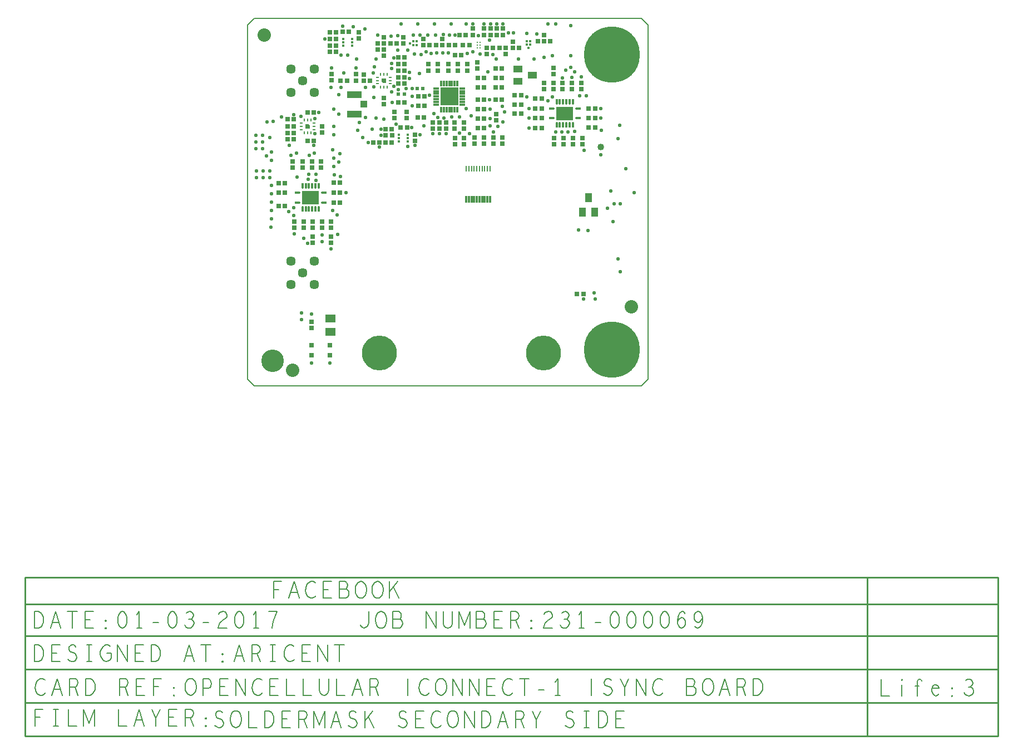
<source format=gbr>
G04 ================== begin FILE IDENTIFICATION RECORD ==================*
G04 Layout Name:  Fb_Connect1_SYNC_Life-3.brd*
G04 Film Name:    SOLDBOT.gbr*
G04 File Format:  Gerber RS274X*
G04 File Origin:  Cadence Allegro 16.6-2015-S065*
G04 Origin Date:  Tue Jan 03 17:02:02 2017*
G04 *
G04 Layer:  VIA CLASS/SOLDERMASK_BOTTOM*
G04 Layer:  PIN/SOLDERMASK_BOTTOM*
G04 Layer:  PACKAGE GEOMETRY/SOLDERMASK_BOTTOM*
G04 Layer:  DRAWING FORMAT/SMSE*
G04 Layer:  DRAWING FORMAT/FILM_LABEL_OUTLINE*
G04 Layer:  BOARD GEOMETRY/OUTLINE*
G04 Layer:  BOARD GEOMETRY/SOLDERMASK_BOTTOM*
G04 *
G04 Offset:    (0.000 0.000)*
G04 Mirror:    No*
G04 Mode:      Positive*
G04 Rotation:  0*
G04 FullContactRelief:  No*
G04 UndefLineWidth:     6.000*
G04 ================== end FILE IDENTIFICATION RECORD ====================*
%FSLAX25Y25*MOIN*%
%IR0*IPPOS*OFA0.00000B0.00000*MIA0B0*SFA1.00000B1.00000*%
%AMMACRO19*
4,1,22,-.005512,-.01122,
-.005428,-.012177,
-.00518,-.013105,
-.004774,-.013976,
-.004223,-.014763,
-.003543,-.015443,
-.002756,-.015994,
-.001886,-.0164,
-.000958,-.016649,
0.0,-.016732,
.000957,-.016649,
.001885,-.0164,
.002756,-.015994,
.003543,-.015443,
.004222,-.014764,
.004773,-.013977,
.005179,-.013106,
.005428,-.012178,
.005512,-.011221,
.005512,-.01122,
.005512,.016732,
-.005512,.016732,
-.005512,-.01122,
0.0*
%
%ADD19MACRO19*%
%AMMACRO17*
4,1,22,.01122,-.005512,
.012177,-.005428,
.013105,-.00518,
.013976,-.004774,
.014763,-.004223,
.015443,-.003543,
.015994,-.002756,
.0164,-.001886,
.016649,-.000958,
.016732,0.0,
.016649,.000957,
.0164,.001885,
.015994,.002756,
.015443,.003543,
.014764,.004222,
.013977,.004773,
.013106,.005179,
.012178,.005428,
.011221,.005512,
.01122,.005512,
-.016732,.005512,
-.016732,-.005512,
.01122,-.005512,
0.0*
%
%ADD17MACRO17*%
%ADD12C,.135*%
%AMMACRO32*
4,1,44,-.014961,-.007087,
-.014961,.012992,
-.014931,.013334,
-.014842,.013665,
-.014697,.013976,
-.0145,.014258,
-.014258,.0145,
-.013977,.014697,
-.013666,.014842,
-.013334,.014931,
-.012992,.014961,
-.012992,.014961,
.012992,.014961,
.013334,.014931,
.013665,.014842,
.013976,.014697,
.014258,.0145,
.0145,.014258,
.014697,.013977,
.014842,.013666,
.014931,.013334,
.014961,.012992,
.014961,.012992,
.014961,-.012992,
.014931,-.013334,
.014842,-.013665,
.014697,-.013976,
.0145,-.014258,
.014258,-.0145,
.013977,-.014697,
.013666,-.014842,
.013334,-.014931,
.012992,-.014961,
.012992,-.014961,
-.007087,-.014961,
-.007207,-.013594,
-.007562,-.012268,
-.008142,-.011024,
-.008929,-.0099,
-.009899,-.008929,
-.011023,-.008142,
-.012267,-.007562,
-.013593,-.007207,
-.01496,-.007087,
-.014961,-.007087,
0.0*
%
%ADD32MACRO32*%
%ADD35R,.108X.108*%
%ADD28C,.208661*%
%ADD42C,.334646*%
%ADD18R,.100394X.080709*%
%ADD38R,.009055X.036614*%
%AMMACRO20*
4,1,21,0.0,-.008661,
-.000684,-.008601,
-.001347,-.008424,
-.001968,-.008134,
-.002531,-.00774,
-.003016,-.007255,
-.00341,-.006693,
-.0037,-.006071,
-.003877,-.005408,
-.003937,-.004724,
-.003937,.008662,
.003937,.008662,
.003937,-.004724,
.003877,-.005408,
.0037,-.006071,
.00341,-.006692,
.003016,-.007255,
.002531,-.00774,
.001969,-.008134,
.001347,-.008424,
.000684,-.008601,
0.0,-.008661,
0.0*
%
%ADD20MACRO20*%
%AMMACRO21*
4,1,21,-.008661,0.0,
-.008601,.000684,
-.008424,.001347,
-.008134,.001968,
-.00774,.002531,
-.007255,.003016,
-.006693,.00341,
-.006071,.0037,
-.005408,.003877,
-.004724,.003937,
.008662,.003937,
.008662,-.003937,
-.004724,-.003937,
-.005408,-.003877,
-.006071,-.0037,
-.006692,-.00341,
-.007255,-.003016,
-.00774,-.002531,
-.008134,-.001969,
-.008424,-.001347,
-.008601,-.000684,
-.008661,0.0,
0.0*
%
%ADD21MACRO21*%
%ADD39R,.009843X.009843*%
%ADD36R,.037X.012*%
%ADD34R,.012X.037*%
%ADD44C,.04*%
%ADD10C,.022*%
%ADD25R,.059X.051*%
%AMMACRO26*
4,1,22,-.01122,.005512,
-.012177,.005428,
-.013105,.00518,
-.013976,.004774,
-.014763,.004223,
-.015443,.003543,
-.015994,.002756,
-.0164,.001886,
-.016649,.000958,
-.016732,0.0,
-.016649,-.000957,
-.0164,-.001885,
-.015994,-.002756,
-.015443,-.003543,
-.014764,-.004222,
-.013977,-.004773,
-.013106,-.005179,
-.012178,-.005428,
-.011221,-.005512,
-.01122,-.005512,
.016732,-.005512,
.016732,.005512,
-.01122,.005512,
0.0*
%
%ADD26MACRO26*%
%ADD40R,.055X.039*%
%AMMACRO16*
4,1,22,.005512,.01122,
.005428,.012177,
.00518,.013105,
.004774,.013976,
.004223,.014763,
.003543,.015443,
.002756,.015994,
.001886,.0164,
.000958,.016649,
0.0,.016732,
-.000957,.016649,
-.001885,.0164,
-.002756,.015994,
-.003543,.015443,
-.004222,.014764,
-.004773,.013977,
-.005179,.013106,
-.005428,.012178,
-.005512,.011221,
-.005512,.01122,
-.005512,-.016732,
.005512,-.016732,
.005512,.01122,
0.0*
%
%ADD16MACRO16*%
%ADD11C,.08*%
%ADD43R,.039X.055*%
%ADD31R,.02X.02*%
%ADD27R,.01811X.011811*%
%ADD15R,.031X.031*%
%ADD13C,.057*%
%ADD14R,.025X.025*%
%AMMACRO24*
4,1,44,.014961,.007087,
.014961,-.012992,
.014931,-.013334,
.014842,-.013665,
.014697,-.013976,
.0145,-.014258,
.014258,-.0145,
.013977,-.014697,
.013666,-.014842,
.013334,-.014931,
.012992,-.014961,
.012992,-.014961,
-.012992,-.014961,
-.013334,-.014931,
-.013665,-.014842,
-.013976,-.014697,
-.014258,-.0145,
-.0145,-.014258,
-.014697,-.013977,
-.014842,-.013666,
-.014931,-.013334,
-.014961,-.012992,
-.014961,-.012992,
-.014961,.012992,
-.014931,.013334,
-.014842,.013665,
-.014697,.013976,
-.0145,.014258,
-.014258,.0145,
-.013977,.014697,
-.013666,.014842,
-.013334,.014931,
-.012992,.014961,
-.012992,.014961,
.007087,.014961,
.007207,.013594,
.007562,.012268,
.008142,.011024,
.008929,.0099,
.009899,.008929,
.011023,.008142,
.012267,.007562,
.013593,.007207,
.01496,.007087,
.014961,.007087,
0.0*
%
%ADD24MACRO24*%
%ADD41R,.016732X.01378*%
%ADD37R,.012992X.040551*%
%ADD33R,.01378X.016732*%
%AMMACRO23*
4,1,21,.008661,0.0,
.008601,-.000684,
.008424,-.001347,
.008134,-.001968,
.00774,-.002531,
.007255,-.003016,
.006693,-.00341,
.006071,-.0037,
.005408,-.003877,
.004724,-.003937,
-.008662,-.003937,
-.008662,.003937,
.004724,.003937,
.005408,.003877,
.006071,.0037,
.006693,.00341,
.007255,.003016,
.00774,.002531,
.008134,.001968,
.008424,.001347,
.008601,.000684,
.008661,0.0,
0.0*
%
%ADD23MACRO23*%
%AMMACRO22*
4,1,21,0.0,.008661,
.000684,.008601,
.001347,.008424,
.001969,.008134,
.002531,.00774,
.003016,.007255,
.00341,.006692,
.0037,.006071,
.003877,.005408,
.003937,.004724,
.003937,-.008662,
-.003937,-.008662,
-.003937,.004724,
-.003877,.005408,
-.0037,.006071,
-.00341,.006692,
-.003016,.007255,
-.002531,.00774,
-.001969,.008134,
-.001347,.008424,
-.000684,.008601,
0.0,.008661,
0.0*
%
%ADD22MACRO22*%
%ADD30R,.03937X.03937*%
%ADD29R,.086614X.041339*%
%ADD45C,.01*%
%ADD46C,.006*%
G75*
%LPD*%
G75*
G54D10*
X5400Y124800D03*
Y128800D03*
X5200Y150100D03*
Y146100D03*
Y142100D03*
X14537Y99900D03*
X14300Y95132D03*
X14537Y104900D03*
Y109900D03*
Y114900D03*
X24900Y104300D03*
X14537Y119900D03*
X13400Y124800D03*
X9400D03*
Y128800D03*
X13400D03*
X14537Y134900D03*
Y139900D03*
X11368Y137868D03*
X13500Y148600D03*
X9200Y150100D03*
Y146100D03*
Y142100D03*
X11868Y157932D03*
X15500Y158500D03*
X20500Y161000D03*
X38527Y13808D03*
X38500Y42900D03*
X32600Y43600D03*
Y39600D03*
X28047Y91100D03*
X36000Y85532D03*
X33768Y88500D03*
X40968Y110300D03*
Y115300D03*
X37968Y112800D03*
X27800Y106700D03*
X27900Y102200D03*
X29800Y125200D03*
X41200Y123200D03*
X36600Y123600D03*
X41300Y126700D03*
X36900Y126800D03*
X26000Y138000D03*
X37000D03*
X29500Y139500D03*
X40000D03*
X25300Y143950D03*
X39887Y143900D03*
X40500Y150900D03*
X32000Y161500D03*
X40500Y160000D03*
X36217Y155402D03*
X27724Y162500D03*
X49527Y13803D03*
X50269Y82100D03*
X44800Y86412D03*
X44768Y90300D03*
X54100Y90700D03*
X51140Y104870D03*
X53700Y102500D03*
X51700Y131450D03*
X55737Y125316D03*
X52050Y126450D03*
X51900Y150300D03*
X51050Y141450D03*
X51750Y136450D03*
X55400Y138950D03*
X54950Y133950D03*
X42717Y163783D03*
X54824Y162861D03*
X51900Y155300D03*
X51770Y165630D03*
X50250Y178660D03*
X56220Y178560D03*
X54824Y174476D03*
X57800Y187230D03*
X50501Y190500D03*
X56300Y198000D03*
X46500Y207800D03*
X57224Y215224D03*
X59300Y115753D03*
X69300Y148800D03*
X72605Y145850D03*
X70800Y160800D03*
X66000Y153100D03*
X74700Y153700D03*
X67200Y157800D03*
X75700Y172800D03*
X70860Y178810D03*
X75705Y178905D03*
X65038Y190500D03*
X75370Y187320D03*
X60300Y197900D03*
X65600Y195600D03*
X70500Y213600D03*
X63550Y215000D03*
X80136Y150100D03*
X79068Y143000D03*
X81700Y159800D03*
X80105Y153850D03*
X89000Y156800D03*
X77144Y160456D03*
X81739Y182858D03*
X86600Y175900D03*
X86950Y169550D03*
X87800Y179500D03*
X90500Y177300D03*
X90300Y201100D03*
X76320Y191050D03*
X86500Y193000D03*
X77000Y195600D03*
X86515Y189985D03*
X87700Y196300D03*
X92000Y216600D03*
X86000Y209400D03*
X90200Y209700D03*
X78069Y209900D03*
X100518Y143999D03*
X103382Y150462D03*
X96235Y143235D03*
X98600Y154850D03*
X105800Y155820D03*
X98700Y173350D03*
X95200Y178100D03*
X109300Y174000D03*
X98700Y167700D03*
X97000Y184200D03*
X98700Y178200D03*
X107200Y199900D03*
X96210Y201180D03*
X100100Y198700D03*
X104031Y198500D03*
X97000Y187600D03*
X103300Y186900D03*
X102000Y216600D03*
X108300Y210200D03*
X103500Y210100D03*
X99487Y210187D03*
X119250Y151200D03*
X115250D03*
X111250D03*
X122600Y161200D03*
X117800Y160500D03*
X111700Y163100D03*
X114200Y160700D03*
X121000Y169800D03*
X117500Y173300D03*
X124500D03*
X117500Y169800D03*
X124500D03*
X121000Y173300D03*
X113500Y199500D03*
X120631D03*
X117100Y199400D03*
X110300Y198900D03*
X122000Y216600D03*
X112000D03*
X112900Y210100D03*
X121000Y210200D03*
X124500D03*
X117500Y210400D03*
X127100Y151400D03*
X133200Y150900D03*
X127200Y161200D03*
X131100Y166000D03*
X134000Y161800D03*
X135100Y200060D03*
X139600Y198700D03*
X131950Y198900D03*
X131000Y216600D03*
X138500Y209600D03*
X141746Y216700D03*
X135165D03*
X145481Y159950D03*
X145600Y155600D03*
X150200Y155300D03*
X145481Y165600D03*
X154000Y164000D03*
X152738Y167462D03*
X147631Y151931D03*
X153100Y158200D03*
X145000Y171300D03*
X147300Y198300D03*
X149062Y195738D03*
X144200Y188100D03*
X145720Y216700D03*
X149505Y216600D03*
X153305Y216700D03*
X156500Y211400D03*
X159600D03*
X145200Y207068D03*
X168957Y154247D03*
Y160247D03*
Y166153D03*
X167600Y172900D03*
X171768Y195738D03*
X162336D03*
X167397Y211100D03*
X173531Y210750D03*
X193668Y165800D03*
X186668D03*
X190268Y163200D03*
X193668Y160800D03*
X186668D03*
X188600Y151900D03*
X192200Y152100D03*
X184900Y151900D03*
X182831Y173000D03*
X188968Y184400D03*
X180000Y170612D03*
X193713Y197813D03*
X182887D03*
X190900Y189200D03*
X193850Y190750D03*
X177831Y196631D03*
X193713Y215587D03*
X184700Y216800D03*
X180200Y216700D03*
X208400Y52000D03*
X207825Y55675D03*
X201370Y51970D03*
X204280Y93162D03*
X198331Y93300D03*
X201800Y140900D03*
X196300Y152400D03*
X203100Y173600D03*
X199100D03*
X200190Y185012D03*
X194468Y184832D03*
X196100Y188000D03*
X222000Y76000D03*
X223331Y68331D03*
X219000Y98300D03*
X215789Y106211D03*
X217772Y116800D03*
X223412Y109100D03*
X219912D03*
X226742Y129958D03*
X211869Y138532D03*
X222200Y147900D03*
X211980Y166153D03*
X212000Y153200D03*
X223080Y155890D03*
X211980Y160247D03*
X231811Y115689D03*
G54D11*
X10000Y210000D03*
X27300Y9300D03*
X230000Y47400D03*
G54D20*
X36217Y159063D03*
X38186D03*
X34249D03*
X79771Y186519D03*
X81739D03*
X83708D03*
G54D30*
X69968Y168668D03*
G54D21*
X39879Y157370D03*
Y155402D03*
Y153433D03*
X85401Y182858D03*
Y180889D03*
Y184826D03*
G54D12*
X15000Y15000D03*
G54D22*
X38186Y151740D03*
X36217D03*
X34249D03*
X81739Y179196D03*
X79771D03*
X83708D03*
G54D13*
X26061Y60535D03*
Y74550D03*
Y175850D03*
Y189865D03*
X40076Y60535D03*
X33068Y67542D03*
X40076Y74550D03*
Y175850D03*
X33068Y182858D03*
X40076Y189865D03*
G54D31*
X90500Y174600D03*
X101800Y178200D03*
X105300D03*
X94000Y174600D03*
G54D40*
X162114Y182250D03*
Y189750D03*
X170814Y186000D03*
G54D23*
X32556Y153433D03*
Y155402D03*
Y157370D03*
X78078Y180889D03*
Y182858D03*
Y184826D03*
G54D41*
X169661Y204397D03*
Y206366D03*
X168529Y202429D03*
X167397Y206366D03*
Y204397D03*
G54D14*
X18898Y107847D03*
X22639D03*
Y115753D03*
X18898D03*
Y121300D03*
X22639D03*
X24054Y147552D03*
Y159622D03*
Y155402D03*
Y151402D03*
X38527Y34542D03*
Y38282D03*
X28047Y94630D03*
Y98370D03*
X39268Y89370D03*
Y85630D03*
X33768Y94630D03*
Y98370D03*
X39268Y94630D03*
Y98370D03*
X27268Y130630D03*
X33047D03*
X38768D03*
X27794Y147552D03*
X36147Y146717D03*
X39887D03*
X27268Y134370D03*
X33047D03*
X38768D03*
X27794Y159622D03*
Y155402D03*
Y151402D03*
X39887Y163783D03*
X36147D03*
X50269Y89370D03*
Y85630D03*
X44768Y94630D03*
Y98370D03*
X50269Y94630D03*
Y98370D03*
X51898Y109847D03*
X55639D03*
X51898Y115753D03*
X55639D03*
X44268Y130630D03*
X55639Y121753D03*
X51898D03*
X44268Y134370D03*
X44902Y155472D03*
Y151732D03*
X55926Y182858D03*
X50501Y182956D03*
X53094Y200150D03*
X49354D03*
X50501Y186696D03*
X57154Y212150D03*
X49354Y207800D03*
X53094D03*
X49354Y203850D03*
X53094D03*
Y211650D03*
X49354D03*
X75398Y145850D03*
X69896Y182787D03*
X73566Y182858D03*
X69826D03*
X59666D03*
X65038D03*
X69896Y186528D03*
X65038Y186598D03*
X60894Y212150D03*
X66850Y211794D03*
Y208054D03*
X82930Y150100D03*
X86670D03*
X79139Y145850D03*
X82898D03*
X86639D03*
X91938Y154850D03*
X86639Y153850D03*
X82898D03*
X88050Y164115D03*
Y160374D03*
X90434Y180889D03*
X81739Y168598D03*
Y172339D03*
X90337Y169550D03*
X90434Y192718D03*
Y184718D03*
Y188718D03*
Y196782D03*
X81739Y197598D03*
Y205098D03*
Y208839D03*
X81809Y201268D03*
X78069D03*
X89566Y205168D03*
X85826D03*
X81739Y201339D03*
X78069Y205009D03*
Y201268D03*
X100518Y146792D03*
X95678Y154850D03*
X100518Y150532D03*
X95450Y160374D03*
Y164115D03*
X102230Y160700D03*
X105970D03*
X94174Y180889D03*
X102341Y173350D03*
X106082D03*
X94078Y169550D03*
X106082Y167700D03*
X102341D03*
X94174Y192718D03*
Y184718D03*
Y188718D03*
Y196782D03*
X108550Y192560D03*
Y188819D03*
X93446Y205098D03*
Y208839D03*
X105446Y203933D03*
Y207673D03*
X109326Y204003D03*
X124431Y148470D03*
Y144730D03*
X124050Y153993D03*
Y157734D03*
X111250Y153993D03*
Y157734D03*
X115250Y153993D03*
Y157734D03*
X119250Y153993D03*
Y157734D03*
X114150Y192560D03*
Y188819D03*
X120550Y192560D03*
Y188819D03*
X126050Y192560D03*
Y188819D03*
X124363Y198050D03*
X124566Y204003D03*
X120826D03*
X116946D03*
Y207744D03*
X113066Y204003D03*
X129931Y148470D03*
Y144730D03*
X141831Y148670D03*
Y144930D03*
X136031D03*
Y148670D03*
X129950Y153993D03*
Y157734D03*
X141839Y154450D03*
X138099D03*
X141839Y159950D03*
X138099D03*
Y165600D03*
X141839D03*
X138099Y171300D03*
X141839D03*
X138099Y178600D03*
X141839D03*
X131950Y188819D03*
Y192560D03*
X137750Y190099D03*
Y193839D03*
X128104Y198050D03*
X138099Y184400D03*
X141839D03*
X127195Y210200D03*
X130935D03*
X133025Y204003D03*
X129285D03*
X135165Y213870D03*
Y210130D03*
X141746Y213870D03*
Y210130D03*
X152931Y148670D03*
Y144930D03*
X147631Y148670D03*
Y144930D03*
X149150Y158961D03*
Y162702D03*
X148899Y178600D03*
X152639D03*
X148899Y171300D03*
X152639D03*
X143452Y198758D03*
X154946D03*
X152600Y190050D03*
X148859D03*
X152601Y184400D03*
X148861D03*
X153305Y213870D03*
Y210130D03*
X145720Y213870D03*
Y210130D03*
X149505Y213870D03*
Y210130D03*
X159076Y202429D03*
Y206169D03*
X143452Y202499D03*
X159076Y202429D03*
X154946Y202499D03*
X151066Y202429D03*
X147326D03*
X160317Y163000D03*
X164057D03*
X176339Y160247D03*
X172598D03*
Y154247D03*
X176339D03*
Y166153D03*
X172598D03*
X164057Y174000D03*
X160317D03*
X176339Y172000D03*
X172598D03*
X160317Y168500D03*
X164057D03*
X174161Y206366D03*
X162816Y202429D03*
X183968Y148370D03*
Y144630D03*
X189468D03*
Y148370D03*
X177968Y181370D03*
Y177630D03*
X183468Y181370D03*
Y177630D03*
X188968Y181370D03*
Y177630D03*
X183468Y186630D03*
Y190370D03*
X177831Y206295D03*
Y210036D03*
X177901Y206366D03*
X181571Y206295D03*
X177831D03*
X197630Y55200D03*
X201370D03*
X195190Y148370D03*
Y144630D03*
X200969D03*
Y148370D03*
X208339Y166153D03*
X204598D03*
Y160247D03*
X208339D03*
Y154700D03*
X204598D03*
X200190Y181370D03*
Y177630D03*
X194468Y181370D03*
Y177630D03*
G54D32*
X81739Y182858D03*
G54D33*
X99487Y204003D03*
X101456D03*
X97519Y205135D03*
X101456Y206267D03*
X99487D03*
G54D24*
X36217Y155402D03*
G54D15*
X38527Y24410D03*
Y18504D03*
X49527Y24404D03*
Y18499D03*
G54D42*
X218400Y21600D03*
Y198400D03*
G54D43*
X208200Y104100D03*
X200700D03*
X204450Y112800D03*
G54D16*
X33047Y106009D03*
X35016D03*
X36984D03*
X38953D03*
X40921D03*
X42890D03*
X191253Y156409D03*
X189284D03*
X187316D03*
X185347D03*
X195190D03*
X193221D03*
G54D25*
X49790Y32501D03*
Y40375D03*
G54D34*
X116200Y165500D03*
X117800D03*
X119400D03*
X121000D03*
X122600D03*
X124200D03*
X125800D03*
Y181100D03*
X124200D03*
X122600D03*
X121000D03*
X119400D03*
X117800D03*
X116200D03*
G54D26*
X45744Y109847D03*
Y115753D03*
X198044Y166153D03*
Y160247D03*
G54D44*
X211869Y143100D03*
G54D35*
X121000Y173300D03*
G54D17*
X30193Y109847D03*
Y115753D03*
X182493Y166153D03*
Y160247D03*
G54D45*
G01X-133069Y-114500D02*
X371600D01*
Y-209700D01*
X-133069D01*
G01Y-114500D02*
Y-209700D01*
G01Y-189700D02*
X449900D01*
G01X-133069Y-169700D02*
X449900D01*
G01X-133069Y-149700D02*
X449900D01*
G01X-133069Y-130500D02*
X449900D01*
G01X371600Y-114500D02*
X449900D01*
Y-209700D01*
X371600D01*
G54D27*
X57512Y207794D03*
Y205826D03*
Y203857D03*
X62867D03*
Y205826D03*
Y207794D03*
X90881Y148494D03*
Y146525D03*
Y150462D03*
X96235Y146525D03*
Y148494D03*
Y150462D03*
G54D36*
X113200Y178100D03*
Y176500D03*
Y174900D03*
Y173300D03*
Y171700D03*
Y170100D03*
Y168500D03*
X128800D03*
Y170100D03*
Y171700D03*
Y173300D03*
Y174900D03*
Y176500D03*
Y178100D03*
G54D18*
X37968Y112800D03*
X190268Y163200D03*
G54D46*
G01X-127194Y-203500D02*
Y-193500D01*
X-122444D01*
G01X-124194Y-198333D02*
X-127194D01*
G01X-116319Y-193500D02*
X-113320D01*
G01X-114819D02*
Y-203500D01*
G01X-116319D02*
X-113320D01*
G01X-107319Y-193500D02*
Y-203500D01*
X-102319D01*
G01X-98069D02*
Y-193500D01*
X-94819Y-201833D01*
X-91569Y-193500D01*
Y-203500D01*
G01X-77319Y-193500D02*
Y-203500D01*
X-72319D01*
G01X-67944D02*
X-64819Y-193500D01*
X-61694Y-203500D01*
G01X-62819Y-200000D02*
X-66819D01*
G01X-54819Y-203500D02*
Y-199000D01*
X-57319Y-193500D01*
G01X-52319D02*
X-54819Y-199000D01*
G01X-42319Y-203500D02*
X-47319D01*
Y-193500D01*
X-42319D01*
G01X-44319Y-198333D02*
X-47319D01*
G01X-37319Y-203500D02*
Y-193500D01*
X-34194D01*
X-33194Y-194000D01*
X-32569Y-194667D01*
X-32319Y-196000D01*
X-32569Y-197333D01*
X-33319Y-198167D01*
X-34194Y-198667D01*
X-37319D01*
G01X-34194D02*
X-32319Y-203500D01*
G01X-24819Y-203833D02*
X-25069Y-203667D01*
Y-203333D01*
X-24819Y-203167D01*
X-24569Y-203333D01*
Y-203667D01*
X-24819Y-203833D01*
G01Y-199334D02*
X-25069Y-199167D01*
Y-198833D01*
X-24819Y-198667D01*
X-24569Y-198833D01*
Y-199167D01*
X-24819Y-199334D01*
G01X-127569Y-165000D02*
Y-155000D01*
X-125069D01*
X-124069Y-155500D01*
X-123319Y-156167D01*
X-122694Y-157166D01*
X-122194Y-158334D01*
X-122069Y-160000D01*
X-122194Y-161667D01*
X-122694Y-162834D01*
X-123319Y-163834D01*
X-124069Y-164500D01*
X-125069Y-165000D01*
X-127569D01*
G01X-112319D02*
X-117319D01*
Y-155000D01*
X-112319D01*
G01X-114319Y-159833D02*
X-117319D01*
G01X-107444Y-163667D02*
X-106444Y-164500D01*
X-105319Y-165000D01*
X-104319D01*
X-103319Y-164500D01*
X-102569Y-163667D01*
X-102194Y-162500D01*
X-102444Y-161334D01*
X-103069Y-160333D01*
X-104194Y-159667D01*
X-105694Y-159333D01*
X-106569Y-158667D01*
X-106944Y-157500D01*
X-106694Y-156333D01*
X-106069Y-155500D01*
X-105194Y-155000D01*
X-104319D01*
X-103444Y-155333D01*
X-102694Y-156167D01*
G01X-96319Y-155000D02*
X-93320D01*
G01X-94819D02*
Y-165000D01*
G01X-96319D02*
X-93320D01*
G01X-84069Y-160000D02*
X-81569D01*
Y-163000D01*
X-82319Y-164000D01*
X-83194Y-164667D01*
X-84444Y-165000D01*
X-85694Y-164667D01*
X-86569Y-164000D01*
X-87319Y-163000D01*
X-87820Y-161833D01*
X-88069Y-160500D01*
Y-159333D01*
X-87820Y-158334D01*
X-87319Y-157166D01*
X-86569Y-156167D01*
X-85819Y-155500D01*
X-84819Y-155000D01*
X-83944D01*
X-82944Y-155333D01*
X-82194Y-156000D01*
G01X-77694Y-165000D02*
Y-155000D01*
X-71944Y-165000D01*
Y-155000D01*
G01X-62319Y-165000D02*
X-67319D01*
Y-155000D01*
X-62319D01*
G01X-64319Y-159833D02*
X-67319D01*
G01X-57569Y-165000D02*
Y-155000D01*
X-55069D01*
X-54069Y-155500D01*
X-53319Y-156167D01*
X-52694Y-157166D01*
X-52194Y-158334D01*
X-52069Y-160000D01*
X-52194Y-161667D01*
X-52694Y-162834D01*
X-53319Y-163834D01*
X-54069Y-164500D01*
X-55069Y-165000D01*
X-57569D01*
G01X-37944D02*
X-34819Y-155000D01*
X-31694Y-165000D01*
G01X-32819Y-161500D02*
X-36819D01*
G01X-24819Y-155000D02*
Y-165000D01*
G01X-27694Y-155000D02*
X-21944D01*
G01X-14819Y-165333D02*
X-15069Y-165167D01*
Y-164833D01*
X-14819Y-164667D01*
X-14569Y-164833D01*
Y-165167D01*
X-14819Y-165333D01*
G01Y-160834D02*
X-15069Y-160667D01*
Y-160333D01*
X-14819Y-160167D01*
X-14569Y-160333D01*
Y-160667D01*
X-14819Y-160834D01*
G01X-7944Y-165000D02*
X-4819Y-155000D01*
X-1694Y-165000D01*
G01X-2819Y-161500D02*
X-6819D01*
G01X2681Y-165000D02*
Y-155000D01*
X5806D01*
X6806Y-155500D01*
X7431Y-156167D01*
X7681Y-157500D01*
X7431Y-158833D01*
X6681Y-159667D01*
X5806Y-160167D01*
X2681D01*
G01X5806D02*
X7681Y-165000D01*
G01X13681Y-155000D02*
X16680D01*
G01X15181D02*
Y-165000D01*
G01X13681D02*
X16680D01*
G01X27931Y-155834D02*
X27181Y-155333D01*
X26306Y-155000D01*
X25306D01*
X24181Y-155500D01*
X23306Y-156333D01*
X22681Y-157333D01*
X22180Y-159000D01*
X22056Y-160500D01*
X22306Y-162000D01*
X22681Y-163000D01*
X23431Y-164000D01*
X24306Y-164667D01*
X25181Y-165000D01*
X26056D01*
X26931Y-164667D01*
X27681Y-164167D01*
X28306Y-163500D01*
G01X37681Y-165000D02*
X32681D01*
Y-155000D01*
X37681D01*
G01X35681Y-159833D02*
X32681D01*
G01X42306Y-165000D02*
Y-155000D01*
X48056Y-165000D01*
Y-155000D01*
G01X55181D02*
Y-165000D01*
G01X52306Y-155000D02*
X58056D01*
G01X-127569Y-145000D02*
Y-135000D01*
X-125069D01*
X-124069Y-135500D01*
X-123319Y-136167D01*
X-122694Y-137166D01*
X-122194Y-138334D01*
X-122069Y-140000D01*
X-122194Y-141667D01*
X-122694Y-142834D01*
X-123319Y-143834D01*
X-124069Y-144500D01*
X-125069Y-145000D01*
X-127569D01*
G01X-117944D02*
X-114819Y-135000D01*
X-111694Y-145000D01*
G01X-112819Y-141500D02*
X-116819D01*
G01X-104819Y-135000D02*
Y-145000D01*
G01X-107694Y-135000D02*
X-101944D01*
G01X-92319Y-145000D02*
X-97319D01*
Y-135000D01*
X-92319D01*
G01X-94319Y-139833D02*
X-97319D01*
G01X-84819Y-145333D02*
X-85069Y-145167D01*
Y-144833D01*
X-84819Y-144667D01*
X-84569Y-144833D01*
Y-145167D01*
X-84819Y-145333D01*
G01Y-140834D02*
X-85069Y-140667D01*
Y-140333D01*
X-84819Y-140167D01*
X-84569Y-140333D01*
Y-140667D01*
X-84819Y-140834D01*
G01X-74819Y-135000D02*
X-75819Y-135333D01*
X-76569Y-136167D01*
X-77069Y-137166D01*
X-77444Y-138500D01*
X-77569Y-140000D01*
X-77444Y-141500D01*
X-77069Y-142834D01*
X-76569Y-143834D01*
X-75819Y-144667D01*
X-74819Y-145000D01*
X-73819Y-144667D01*
X-73069Y-143834D01*
X-72569Y-142834D01*
X-72194Y-141500D01*
X-72069Y-140000D01*
X-72194Y-138500D01*
X-72569Y-137166D01*
X-73069Y-136167D01*
X-73819Y-135333D01*
X-74819Y-135000D01*
G01X-64819Y-145000D02*
Y-135000D01*
X-66319Y-137000D01*
G01Y-145000D02*
X-63320D01*
G01X-56444Y-141667D02*
X-53194D01*
G01X-44819Y-135000D02*
X-45819Y-135333D01*
X-46569Y-136167D01*
X-47069Y-137166D01*
X-47444Y-138500D01*
X-47569Y-140000D01*
X-47444Y-141500D01*
X-47069Y-142834D01*
X-46569Y-143834D01*
X-45819Y-144667D01*
X-44819Y-145000D01*
X-43819Y-144667D01*
X-43069Y-143834D01*
X-42569Y-142834D01*
X-42194Y-141500D01*
X-42069Y-140000D01*
X-42194Y-138500D01*
X-42569Y-137166D01*
X-43069Y-136167D01*
X-43819Y-135333D01*
X-44819Y-135000D01*
G01X-37569Y-143000D02*
X-36819Y-144167D01*
X-35819Y-144833D01*
X-34694Y-145000D01*
X-33694Y-144833D01*
X-32694Y-144000D01*
X-32069Y-143000D01*
X-31944Y-142000D01*
X-32194Y-140834D01*
X-33069Y-140000D01*
X-33944Y-139667D01*
X-35069D01*
G01X-33944D02*
X-33194Y-139167D01*
X-32569Y-138334D01*
X-32319Y-137333D01*
X-32569Y-136333D01*
X-33194Y-135500D01*
X-34319Y-135000D01*
X-35444Y-135167D01*
X-36569Y-135834D01*
G01X-26444Y-141667D02*
X-23194D01*
G01X-17194Y-136667D02*
X-16444Y-135667D01*
X-15569Y-135167D01*
X-14569Y-135000D01*
X-13319Y-135333D01*
X-12444Y-136167D01*
X-12194Y-137166D01*
X-12319Y-138167D01*
X-12819Y-139000D01*
X-15319Y-140667D01*
X-16444Y-141833D01*
X-17194Y-143500D01*
X-17444Y-145000D01*
X-12194D01*
G01X-4819Y-135000D02*
X-5819Y-135333D01*
X-6569Y-136167D01*
X-7069Y-137166D01*
X-7444Y-138500D01*
X-7569Y-140000D01*
X-7444Y-141500D01*
X-7069Y-142834D01*
X-6569Y-143834D01*
X-5819Y-144667D01*
X-4819Y-145000D01*
X-3819Y-144667D01*
X-3069Y-143834D01*
X-2569Y-142834D01*
X-2194Y-141500D01*
X-2069Y-140000D01*
X-2194Y-138500D01*
X-2569Y-137166D01*
X-3069Y-136167D01*
X-3819Y-135333D01*
X-4819Y-135000D01*
G01X5181Y-145000D02*
Y-135000D01*
X3681Y-137000D01*
G01Y-145000D02*
X6680D01*
G01X14931D02*
X15181Y-142834D01*
X15556Y-141000D01*
X16056Y-139333D01*
X16681Y-137500D01*
X17681Y-135000D01*
X12681D01*
G01X-121200Y-176034D02*
X-121950Y-175533D01*
X-122825Y-175200D01*
X-123825D01*
X-124950Y-175700D01*
X-125825Y-176533D01*
X-126450Y-177533D01*
X-126950Y-179200D01*
X-127075Y-180700D01*
X-126825Y-182200D01*
X-126450Y-183200D01*
X-125700Y-184200D01*
X-124825Y-184867D01*
X-123950Y-185200D01*
X-123075D01*
X-122200Y-184867D01*
X-121450Y-184367D01*
X-120825Y-183700D01*
G01X-117075Y-185200D02*
X-113950Y-175200D01*
X-110825Y-185200D01*
G01X-111950Y-181700D02*
X-115950D01*
G01X-106450Y-185200D02*
Y-175200D01*
X-103325D01*
X-102325Y-175700D01*
X-101700Y-176367D01*
X-101450Y-177700D01*
X-101700Y-179033D01*
X-102450Y-179867D01*
X-103325Y-180367D01*
X-106450D01*
G01X-103325D02*
X-101450Y-185200D01*
G01X-96700D02*
Y-175200D01*
X-94200D01*
X-93200Y-175700D01*
X-92450Y-176367D01*
X-91825Y-177366D01*
X-91325Y-178534D01*
X-91200Y-180200D01*
X-91325Y-181867D01*
X-91825Y-183034D01*
X-92450Y-184034D01*
X-93200Y-184700D01*
X-94200Y-185200D01*
X-96700D01*
G01X-76450D02*
Y-175200D01*
X-73325D01*
X-72325Y-175700D01*
X-71700Y-176367D01*
X-71450Y-177700D01*
X-71700Y-179033D01*
X-72450Y-179867D01*
X-73325Y-180367D01*
X-76450D01*
G01X-73325D02*
X-71450Y-185200D01*
G01X-61450D02*
X-66450D01*
Y-175200D01*
X-61450D01*
G01X-63450Y-180033D02*
X-66450D01*
G01X-56325Y-185200D02*
Y-175200D01*
X-51575D01*
G01X-53325Y-180033D02*
X-56325D01*
G01X-43950Y-185533D02*
X-44200Y-185367D01*
Y-185033D01*
X-43950Y-184867D01*
X-43700Y-185033D01*
Y-185367D01*
X-43950Y-185533D01*
G01Y-181034D02*
X-44200Y-180867D01*
Y-180533D01*
X-43950Y-180367D01*
X-43700Y-180533D01*
Y-180867D01*
X-43950Y-181034D01*
G01X-33950Y-185200D02*
X-34950Y-185033D01*
X-35825Y-184367D01*
X-36575Y-183367D01*
X-37075Y-182200D01*
X-37325Y-180867D01*
Y-179533D01*
X-37075Y-178200D01*
X-36575Y-177033D01*
X-35825Y-176034D01*
X-34950Y-175367D01*
X-33950Y-175200D01*
X-32950Y-175367D01*
X-32075Y-176034D01*
X-31325Y-177033D01*
X-30825Y-178200D01*
X-30575Y-179533D01*
Y-180867D01*
X-30825Y-182200D01*
X-31325Y-183367D01*
X-32075Y-184367D01*
X-32950Y-185033D01*
X-33950Y-185200D01*
G01X-26450D02*
Y-175200D01*
X-23450D01*
X-22450Y-175700D01*
X-21700Y-176867D01*
X-21450Y-178200D01*
X-21700Y-179533D01*
X-22325Y-180533D01*
X-23450Y-181034D01*
X-26450D01*
G01X-11450Y-185200D02*
X-16450D01*
Y-175200D01*
X-11450D01*
G01X-13450Y-180033D02*
X-16450D01*
G01X-6825Y-185200D02*
Y-175200D01*
X-1075Y-185200D01*
Y-175200D01*
G01X8800Y-176034D02*
X8050Y-175533D01*
X7175Y-175200D01*
X6175D01*
X5050Y-175700D01*
X4175Y-176533D01*
X3550Y-177533D01*
X3050Y-179200D01*
X2925Y-180700D01*
X3175Y-182200D01*
X3550Y-183200D01*
X4300Y-184200D01*
X5175Y-184867D01*
X6050Y-185200D01*
X6925D01*
X7800Y-184867D01*
X8550Y-184367D01*
X9175Y-183700D01*
G01X18550Y-185200D02*
X13550D01*
Y-175200D01*
X18550D01*
G01X16550Y-180033D02*
X13550D01*
G01X23550Y-175200D02*
Y-185200D01*
X28550D01*
G01X33550Y-175200D02*
Y-185200D01*
X38550D01*
G01X43300Y-175200D02*
Y-182367D01*
X43800Y-183867D01*
X44800Y-184867D01*
X46050Y-185200D01*
X47300Y-184867D01*
X48300Y-183867D01*
X48800Y-182367D01*
Y-175200D01*
G01X53550D02*
Y-185200D01*
X58550D01*
G01X62925D02*
X66050Y-175200D01*
X69175Y-185200D01*
G01X68050Y-181700D02*
X64050D01*
G01X73550Y-185200D02*
Y-175200D01*
X76675D01*
X77675Y-175700D01*
X78300Y-176367D01*
X78550Y-177700D01*
X78300Y-179033D01*
X77550Y-179867D01*
X76675Y-180367D01*
X73550D01*
G01X76675D02*
X78550Y-185200D01*
G01X96050D02*
Y-175200D01*
G01X108800Y-176034D02*
X108050Y-175533D01*
X107175Y-175200D01*
X106175D01*
X105050Y-175700D01*
X104175Y-176533D01*
X103550Y-177533D01*
X103050Y-179200D01*
X102925Y-180700D01*
X103175Y-182200D01*
X103550Y-183200D01*
X104300Y-184200D01*
X105175Y-184867D01*
X106050Y-185200D01*
X106925D01*
X107800Y-184867D01*
X108550Y-184367D01*
X109175Y-183700D01*
G01X116050Y-185200D02*
X115050Y-185033D01*
X114175Y-184367D01*
X113425Y-183367D01*
X112925Y-182200D01*
X112675Y-180867D01*
Y-179533D01*
X112925Y-178200D01*
X113425Y-177033D01*
X114175Y-176034D01*
X115050Y-175367D01*
X116050Y-175200D01*
X117050Y-175367D01*
X117925Y-176034D01*
X118675Y-177033D01*
X119175Y-178200D01*
X119425Y-179533D01*
Y-180867D01*
X119175Y-182200D01*
X118675Y-183367D01*
X117925Y-184367D01*
X117050Y-185033D01*
X116050Y-185200D01*
G01X123175D02*
Y-175200D01*
X128925Y-185200D01*
Y-175200D01*
G01X133175Y-185200D02*
Y-175200D01*
X138925Y-185200D01*
Y-175200D01*
G01X148550Y-185200D02*
X143550D01*
Y-175200D01*
X148550D01*
G01X146550Y-180033D02*
X143550D01*
G01X158800Y-176034D02*
X158050Y-175533D01*
X157175Y-175200D01*
X156175D01*
X155050Y-175700D01*
X154175Y-176533D01*
X153550Y-177533D01*
X153050Y-179200D01*
X152925Y-180700D01*
X153175Y-182200D01*
X153550Y-183200D01*
X154300Y-184200D01*
X155175Y-184867D01*
X156050Y-185200D01*
X156925D01*
X157800Y-184867D01*
X158550Y-184367D01*
X159175Y-183700D01*
G01X166050Y-175200D02*
Y-185200D01*
G01X163175Y-175200D02*
X168925D01*
G01X174425Y-181867D02*
X177675D01*
G01X186050Y-185200D02*
Y-175200D01*
X184550Y-177200D01*
G01Y-185200D02*
X187550D01*
G01X206050D02*
Y-175200D01*
G01X213425Y-183867D02*
X214425Y-184700D01*
X215550Y-185200D01*
X216550D01*
X217550Y-184700D01*
X218300Y-183867D01*
X218675Y-182700D01*
X218425Y-181534D01*
X217800Y-180533D01*
X216675Y-179867D01*
X215175Y-179533D01*
X214300Y-178867D01*
X213925Y-177700D01*
X214175Y-176533D01*
X214800Y-175700D01*
X215675Y-175200D01*
X216550D01*
X217425Y-175533D01*
X218175Y-176367D01*
G01X226050Y-185200D02*
Y-180700D01*
X223550Y-175200D01*
G01X228550D02*
X226050Y-180700D01*
G01X233175Y-185200D02*
Y-175200D01*
X238925Y-185200D01*
Y-175200D01*
G01X248800Y-176034D02*
X248050Y-175533D01*
X247175Y-175200D01*
X246175D01*
X245050Y-175700D01*
X244175Y-176533D01*
X243550Y-177533D01*
X243050Y-179200D01*
X242925Y-180700D01*
X243175Y-182200D01*
X243550Y-183200D01*
X244300Y-184200D01*
X245175Y-184867D01*
X246050Y-185200D01*
X246925D01*
X247800Y-184867D01*
X248550Y-184367D01*
X249175Y-183700D01*
G01X267050Y-179867D02*
X267550Y-179367D01*
X267925Y-178534D01*
X268175Y-177366D01*
X267925Y-176367D01*
X267425Y-175700D01*
X266550Y-175200D01*
X263175D01*
Y-185200D01*
X267300D01*
X268175Y-184534D01*
X268675Y-183533D01*
X268925Y-182367D01*
X268675Y-181200D01*
X267925Y-180200D01*
X267050Y-179867D01*
X263175D01*
G01X276050Y-185200D02*
X275050Y-185033D01*
X274175Y-184367D01*
X273425Y-183367D01*
X272925Y-182200D01*
X272675Y-180867D01*
Y-179533D01*
X272925Y-178200D01*
X273425Y-177033D01*
X274175Y-176034D01*
X275050Y-175367D01*
X276050Y-175200D01*
X277050Y-175367D01*
X277925Y-176034D01*
X278675Y-177033D01*
X279175Y-178200D01*
X279425Y-179533D01*
Y-180867D01*
X279175Y-182200D01*
X278675Y-183367D01*
X277925Y-184367D01*
X277050Y-185033D01*
X276050Y-185200D01*
G01X282925D02*
X286050Y-175200D01*
X289175Y-185200D01*
G01X288050Y-181700D02*
X284050D01*
G01X293550Y-185200D02*
Y-175200D01*
X296675D01*
X297675Y-175700D01*
X298300Y-176367D01*
X298550Y-177700D01*
X298300Y-179033D01*
X297550Y-179867D01*
X296675Y-180367D01*
X293550D01*
G01X296675D02*
X298550Y-185200D01*
G01X303300D02*
Y-175200D01*
X305800D01*
X306800Y-175700D01*
X307550Y-176367D01*
X308175Y-177366D01*
X308675Y-178534D01*
X308800Y-180200D01*
X308675Y-181867D01*
X308175Y-183034D01*
X307550Y-184034D01*
X306800Y-184700D01*
X305800Y-185200D01*
X303300D01*
G01X-19444Y-203167D02*
X-18444Y-204000D01*
X-17319Y-204500D01*
X-16319D01*
X-15319Y-204000D01*
X-14569Y-203167D01*
X-14194Y-202000D01*
X-14444Y-200834D01*
X-15069Y-199833D01*
X-16194Y-199167D01*
X-17694Y-198833D01*
X-18569Y-198167D01*
X-18944Y-197000D01*
X-18694Y-195833D01*
X-18069Y-195000D01*
X-17194Y-194500D01*
X-16319D01*
X-15444Y-194833D01*
X-14694Y-195667D01*
G01X-6819Y-204500D02*
X-7819Y-204333D01*
X-8694Y-203667D01*
X-9444Y-202667D01*
X-9944Y-201500D01*
X-10194Y-200167D01*
Y-198833D01*
X-9944Y-197500D01*
X-9444Y-196333D01*
X-8694Y-195334D01*
X-7819Y-194667D01*
X-6819Y-194500D01*
X-5819Y-194667D01*
X-4944Y-195334D01*
X-4194Y-196333D01*
X-3694Y-197500D01*
X-3444Y-198833D01*
Y-200167D01*
X-3694Y-201500D01*
X-4194Y-202667D01*
X-4944Y-203667D01*
X-5819Y-204333D01*
X-6819Y-204500D01*
G01X681Y-194500D02*
Y-204500D01*
X5681D01*
G01X10431D02*
Y-194500D01*
X12931D01*
X13931Y-195000D01*
X14681Y-195667D01*
X15306Y-196666D01*
X15806Y-197834D01*
X15931Y-199500D01*
X15806Y-201167D01*
X15306Y-202334D01*
X14681Y-203334D01*
X13931Y-204000D01*
X12931Y-204500D01*
X10431D01*
G01X25681D02*
X20681D01*
Y-194500D01*
X25681D01*
G01X23681Y-199333D02*
X20681D01*
G01X30681Y-204500D02*
Y-194500D01*
X33806D01*
X34806Y-195000D01*
X35431Y-195667D01*
X35681Y-197000D01*
X35431Y-198333D01*
X34681Y-199167D01*
X33806Y-199667D01*
X30681D01*
G01X33806D02*
X35681Y-204500D01*
G01X39931D02*
Y-194500D01*
X43181Y-202833D01*
X46431Y-194500D01*
Y-204500D01*
G01X50056D02*
X53181Y-194500D01*
X56306Y-204500D01*
G01X55181Y-201000D02*
X51181D01*
G01X60556Y-203167D02*
X61556Y-204000D01*
X62681Y-204500D01*
X63681D01*
X64681Y-204000D01*
X65431Y-203167D01*
X65806Y-202000D01*
X65556Y-200834D01*
X64931Y-199833D01*
X63806Y-199167D01*
X62306Y-198833D01*
X61431Y-198167D01*
X61056Y-197000D01*
X61306Y-195833D01*
X61931Y-195000D01*
X62806Y-194500D01*
X63681D01*
X64556Y-194833D01*
X65306Y-195667D01*
G01X70431Y-204500D02*
Y-194500D01*
G01X75181D02*
X70431Y-200667D01*
G01X75931Y-204500D02*
X72556Y-197834D01*
G01X90556Y-203167D02*
X91556Y-204000D01*
X92681Y-204500D01*
X93681D01*
X94681Y-204000D01*
X95431Y-203167D01*
X95806Y-202000D01*
X95556Y-200834D01*
X94931Y-199833D01*
X93806Y-199167D01*
X92306Y-198833D01*
X91431Y-198167D01*
X91056Y-197000D01*
X91306Y-195833D01*
X91931Y-195000D01*
X92806Y-194500D01*
X93681D01*
X94556Y-194833D01*
X95306Y-195667D01*
G01X105681Y-204500D02*
X100681D01*
Y-194500D01*
X105681D01*
G01X103681Y-199333D02*
X100681D01*
G01X115931Y-195334D02*
X115181Y-194833D01*
X114306Y-194500D01*
X113306D01*
X112181Y-195000D01*
X111306Y-195833D01*
X110681Y-196833D01*
X110181Y-198500D01*
X110056Y-200000D01*
X110306Y-201500D01*
X110681Y-202500D01*
X111431Y-203500D01*
X112306Y-204167D01*
X113181Y-204500D01*
X114056D01*
X114931Y-204167D01*
X115681Y-203667D01*
X116306Y-203000D01*
G01X123181Y-204500D02*
X122181Y-204333D01*
X121306Y-203667D01*
X120556Y-202667D01*
X120056Y-201500D01*
X119806Y-200167D01*
Y-198833D01*
X120056Y-197500D01*
X120556Y-196333D01*
X121306Y-195334D01*
X122181Y-194667D01*
X123181Y-194500D01*
X124181Y-194667D01*
X125056Y-195334D01*
X125806Y-196333D01*
X126306Y-197500D01*
X126556Y-198833D01*
Y-200167D01*
X126306Y-201500D01*
X125806Y-202667D01*
X125056Y-203667D01*
X124181Y-204333D01*
X123181Y-204500D01*
G01X130306D02*
Y-194500D01*
X136056Y-204500D01*
Y-194500D01*
G01X140431Y-204500D02*
Y-194500D01*
X142931D01*
X143931Y-195000D01*
X144681Y-195667D01*
X145306Y-196666D01*
X145806Y-197834D01*
X145931Y-199500D01*
X145806Y-201167D01*
X145306Y-202334D01*
X144681Y-203334D01*
X143931Y-204000D01*
X142931Y-204500D01*
X140431D01*
G01X150056D02*
X153181Y-194500D01*
X156306Y-204500D01*
G01X155181Y-201000D02*
X151181D01*
G01X160681Y-204500D02*
Y-194500D01*
X163806D01*
X164806Y-195000D01*
X165431Y-195667D01*
X165681Y-197000D01*
X165431Y-198333D01*
X164681Y-199167D01*
X163806Y-199667D01*
X160681D01*
G01X163806D02*
X165681Y-204500D01*
G01X173181D02*
Y-200000D01*
X170681Y-194500D01*
G01X175681D02*
X173181Y-200000D01*
G01X190556Y-203167D02*
X191556Y-204000D01*
X192681Y-204500D01*
X193681D01*
X194681Y-204000D01*
X195431Y-203167D01*
X195806Y-202000D01*
X195556Y-200834D01*
X194931Y-199833D01*
X193806Y-199167D01*
X192306Y-198833D01*
X191431Y-198167D01*
X191056Y-197000D01*
X191306Y-195833D01*
X191931Y-195000D01*
X192806Y-194500D01*
X193681D01*
X194556Y-194833D01*
X195306Y-195667D01*
G01X201681Y-194500D02*
X204680D01*
G01X203181D02*
Y-204500D01*
G01X201681D02*
X204680D01*
G01X210431D02*
Y-194500D01*
X212931D01*
X213931Y-195000D01*
X214681Y-195667D01*
X215306Y-196666D01*
X215806Y-197834D01*
X215931Y-199500D01*
X215806Y-201167D01*
X215306Y-202334D01*
X214681Y-203334D01*
X213931Y-204000D01*
X212931Y-204500D01*
X210431D01*
G01X225681D02*
X220681D01*
Y-194500D01*
X225681D01*
G01X223681Y-199333D02*
X220681D01*
G01X4000Y220000D02*
X0Y216000D01*
Y4000D01*
X4000Y0D01*
X236000D01*
X240000Y4000D01*
Y216000D01*
X236000Y220000D01*
X4000D01*
G01X15693Y-127100D02*
Y-117100D01*
X20444D01*
G01X18694Y-121933D02*
X15693D01*
G01X24943Y-127100D02*
X28068Y-117100D01*
X31194Y-127100D01*
G01X30068Y-123600D02*
X26068D01*
G01X40818Y-117934D02*
X40068Y-117433D01*
X39194Y-117100D01*
X38194D01*
X37068Y-117600D01*
X36194Y-118433D01*
X35568Y-119433D01*
X35068Y-121100D01*
X34943Y-122600D01*
X35194Y-124100D01*
X35568Y-125100D01*
X36318Y-126100D01*
X37194Y-126767D01*
X38068Y-127100D01*
X38943D01*
X39818Y-126767D01*
X40568Y-126267D01*
X41194Y-125600D01*
G01X50569Y-127100D02*
X45568D01*
Y-117100D01*
X50569D01*
G01X48568Y-121933D02*
X45568D01*
G01X59068Y-121767D02*
X59568Y-121267D01*
X59943Y-120434D01*
X60194Y-119267D01*
X59943Y-118267D01*
X59443Y-117600D01*
X58568Y-117100D01*
X55193D01*
Y-127100D01*
X59319D01*
X60194Y-126434D01*
X60694Y-125433D01*
X60943Y-124267D01*
X60694Y-123100D01*
X59943Y-122100D01*
X59068Y-121767D01*
X55193D01*
G01X68068Y-127100D02*
X67068Y-126933D01*
X66194Y-126267D01*
X65444Y-125267D01*
X64943Y-124100D01*
X64693Y-122767D01*
Y-121433D01*
X64943Y-120100D01*
X65444Y-118933D01*
X66194Y-117934D01*
X67068Y-117267D01*
X68068Y-117100D01*
X69068Y-117267D01*
X69943Y-117934D01*
X70694Y-118933D01*
X71194Y-120100D01*
X71444Y-121433D01*
Y-122767D01*
X71194Y-124100D01*
X70694Y-125267D01*
X69943Y-126267D01*
X69068Y-126933D01*
X68068Y-127100D01*
G01X78068D02*
X77068Y-126933D01*
X76194Y-126267D01*
X75444Y-125267D01*
X74943Y-124100D01*
X74693Y-122767D01*
Y-121433D01*
X74943Y-120100D01*
X75444Y-118933D01*
X76194Y-117934D01*
X77068Y-117267D01*
X78068Y-117100D01*
X79068Y-117267D01*
X79943Y-117934D01*
X80694Y-118933D01*
X81194Y-120100D01*
X81444Y-121433D01*
Y-122767D01*
X81194Y-124100D01*
X80694Y-125267D01*
X79943Y-126267D01*
X79068Y-126933D01*
X78068Y-127100D01*
G01X85318D02*
Y-117100D01*
G01X90068D02*
X85318Y-123267D01*
G01X90818Y-127100D02*
X87444Y-120434D01*
G01X67681Y-143000D02*
X68306Y-144000D01*
X69056Y-144667D01*
X69931Y-145000D01*
X70931Y-144667D01*
X71681Y-144000D01*
X72431Y-143000D01*
X72681Y-141667D01*
Y-135000D01*
G01X80181Y-145000D02*
X79181Y-144833D01*
X78306Y-144167D01*
X77556Y-143167D01*
X77056Y-142000D01*
X76806Y-140667D01*
Y-139333D01*
X77056Y-138000D01*
X77556Y-136833D01*
X78306Y-135834D01*
X79181Y-135167D01*
X80181Y-135000D01*
X81181Y-135167D01*
X82056Y-135834D01*
X82806Y-136833D01*
X83306Y-138000D01*
X83556Y-139333D01*
Y-140667D01*
X83306Y-142000D01*
X82806Y-143167D01*
X82056Y-144167D01*
X81181Y-144833D01*
X80181Y-145000D01*
G01X91181Y-139667D02*
X91681Y-139167D01*
X92056Y-138334D01*
X92306Y-137166D01*
X92056Y-136167D01*
X91556Y-135500D01*
X90681Y-135000D01*
X87306D01*
Y-145000D01*
X91431D01*
X92306Y-144334D01*
X92806Y-143333D01*
X93056Y-142167D01*
X92806Y-141000D01*
X92056Y-140000D01*
X91181Y-139667D01*
X87306D01*
G01X107306Y-145000D02*
Y-135000D01*
X113056Y-145000D01*
Y-135000D01*
G01X117431D02*
Y-142167D01*
X117931Y-143667D01*
X118931Y-144667D01*
X120181Y-145000D01*
X121431Y-144667D01*
X122431Y-143667D01*
X122931Y-142167D01*
Y-135000D01*
G01X126931Y-145000D02*
Y-135000D01*
X130181Y-143333D01*
X133431Y-135000D01*
Y-145000D01*
G01X141181Y-139667D02*
X141681Y-139167D01*
X142056Y-138334D01*
X142306Y-137166D01*
X142056Y-136167D01*
X141556Y-135500D01*
X140681Y-135000D01*
X137306D01*
Y-145000D01*
X141431D01*
X142306Y-144334D01*
X142806Y-143333D01*
X143056Y-142167D01*
X142806Y-141000D01*
X142056Y-140000D01*
X141181Y-139667D01*
X137306D01*
G01X152681Y-145000D02*
X147681D01*
Y-135000D01*
X152681D01*
G01X150681Y-139833D02*
X147681D01*
G01X157681Y-145000D02*
Y-135000D01*
X160806D01*
X161806Y-135500D01*
X162431Y-136167D01*
X162681Y-137500D01*
X162431Y-138833D01*
X161681Y-139667D01*
X160806Y-140167D01*
X157681D01*
G01X160806D02*
X162681Y-145000D01*
G01X170181Y-145333D02*
X169931Y-145167D01*
Y-144833D01*
X170181Y-144667D01*
X170431Y-144833D01*
Y-145167D01*
X170181Y-145333D01*
G01Y-140834D02*
X169931Y-140667D01*
Y-140333D01*
X170181Y-140167D01*
X170431Y-140333D01*
Y-140667D01*
X170181Y-140834D01*
G01X177806Y-136667D02*
X178556Y-135667D01*
X179431Y-135167D01*
X180431Y-135000D01*
X181681Y-135333D01*
X182556Y-136167D01*
X182806Y-137166D01*
X182681Y-138167D01*
X182181Y-139000D01*
X179681Y-140667D01*
X178556Y-141833D01*
X177806Y-143500D01*
X177556Y-145000D01*
X182806D01*
G01X187431Y-143000D02*
X188181Y-144167D01*
X189181Y-144833D01*
X190306Y-145000D01*
X191306Y-144833D01*
X192306Y-144000D01*
X192931Y-143000D01*
X193056Y-142000D01*
X192806Y-140834D01*
X191931Y-140000D01*
X191056Y-139667D01*
X189931D01*
G01X191056D02*
X191806Y-139167D01*
X192431Y-138334D01*
X192681Y-137333D01*
X192431Y-136333D01*
X191806Y-135500D01*
X190681Y-135000D01*
X189556Y-135167D01*
X188431Y-135834D01*
G01X200181Y-145000D02*
Y-135000D01*
X198681Y-137000D01*
G01Y-145000D02*
X201681D01*
G01X208556Y-141667D02*
X211806D01*
G01X220181Y-135000D02*
X219181Y-135333D01*
X218431Y-136167D01*
X217931Y-137166D01*
X217556Y-138500D01*
X217431Y-140000D01*
X217556Y-141500D01*
X217931Y-142834D01*
X218431Y-143834D01*
X219181Y-144667D01*
X220181Y-145000D01*
X221181Y-144667D01*
X221931Y-143834D01*
X222431Y-142834D01*
X222806Y-141500D01*
X222931Y-140000D01*
X222806Y-138500D01*
X222431Y-137166D01*
X221931Y-136167D01*
X221181Y-135333D01*
X220181Y-135000D01*
G01X230181D02*
X229181Y-135333D01*
X228431Y-136167D01*
X227931Y-137166D01*
X227556Y-138500D01*
X227431Y-140000D01*
X227556Y-141500D01*
X227931Y-142834D01*
X228431Y-143834D01*
X229181Y-144667D01*
X230181Y-145000D01*
X231181Y-144667D01*
X231931Y-143834D01*
X232431Y-142834D01*
X232806Y-141500D01*
X232931Y-140000D01*
X232806Y-138500D01*
X232431Y-137166D01*
X231931Y-136167D01*
X231181Y-135333D01*
X230181Y-135000D01*
G01X240181D02*
X239181Y-135333D01*
X238431Y-136167D01*
X237931Y-137166D01*
X237556Y-138500D01*
X237431Y-140000D01*
X237556Y-141500D01*
X237931Y-142834D01*
X238431Y-143834D01*
X239181Y-144667D01*
X240181Y-145000D01*
X241181Y-144667D01*
X241931Y-143834D01*
X242431Y-142834D01*
X242806Y-141500D01*
X242931Y-140000D01*
X242806Y-138500D01*
X242431Y-137166D01*
X241931Y-136167D01*
X241181Y-135333D01*
X240181Y-135000D01*
G01X250181D02*
X249181Y-135333D01*
X248431Y-136167D01*
X247931Y-137166D01*
X247556Y-138500D01*
X247431Y-140000D01*
X247556Y-141500D01*
X247931Y-142834D01*
X248431Y-143834D01*
X249181Y-144667D01*
X250181Y-145000D01*
X251181Y-144667D01*
X251931Y-143834D01*
X252431Y-142834D01*
X252806Y-141500D01*
X252931Y-140000D01*
X252806Y-138500D01*
X252431Y-137166D01*
X251931Y-136167D01*
X251181Y-135333D01*
X250181Y-135000D01*
G01X257806Y-140834D02*
X258681Y-139667D01*
X259431Y-139000D01*
X260431Y-138667D01*
X261306Y-139000D01*
X261931Y-139667D01*
X262431Y-140667D01*
X262556Y-141833D01*
X262431Y-142834D01*
X261931Y-143834D01*
X261181Y-144667D01*
X260306Y-145000D01*
X259306Y-144667D01*
X258431Y-143667D01*
X257931Y-142167D01*
X257806Y-140500D01*
X258056Y-138334D01*
X258431Y-137166D01*
X259056Y-136000D01*
X259931Y-135167D01*
X260806Y-135000D01*
X261681Y-135333D01*
X262306Y-136167D01*
G01X268056Y-143834D02*
X268931Y-144667D01*
X269931Y-145000D01*
X270931Y-144667D01*
X271806Y-143667D01*
X272431Y-142167D01*
X272681Y-140667D01*
Y-138833D01*
X272431Y-137333D01*
X271806Y-136000D01*
X271056Y-135333D01*
X270181Y-135000D01*
X269181Y-135333D01*
X268431Y-136000D01*
X267931Y-137000D01*
X267681Y-138334D01*
X267931Y-139500D01*
X268556Y-140667D01*
X269306Y-141334D01*
X270181Y-141500D01*
X271181Y-141167D01*
X271931Y-140333D01*
X272681Y-138833D01*
G01X379781Y-175500D02*
Y-185500D01*
X384781D01*
G01X392281Y-178834D02*
Y-185500D01*
G01Y-176167D02*
X392031Y-176000D01*
Y-175667D01*
X392281Y-175500D01*
X392531Y-175667D01*
Y-176000D01*
X392281Y-176167D01*
G01X401531Y-185500D02*
Y-177000D01*
X401781Y-176167D01*
X402281Y-175667D01*
X403031Y-175500D01*
X403781Y-175833D01*
X404156Y-176667D01*
G01X402656Y-179500D02*
X400156D01*
G01X410406Y-181000D02*
X414406D01*
X414031Y-179833D01*
X413406Y-179167D01*
X412531Y-178834D01*
X411656Y-179000D01*
X410906Y-179500D01*
X410406Y-180667D01*
X410156Y-181667D01*
Y-182667D01*
X410406Y-183667D01*
X411031Y-184667D01*
X411781Y-185333D01*
X412656Y-185500D01*
X413531Y-185167D01*
X414406Y-184167D01*
G01X422281Y-185833D02*
X422031Y-185667D01*
Y-185333D01*
X422281Y-185167D01*
X422531Y-185333D01*
Y-185667D01*
X422281Y-185833D01*
G01Y-181334D02*
X422031Y-181167D01*
Y-180833D01*
X422281Y-180667D01*
X422531Y-180833D01*
Y-181167D01*
X422281Y-181334D01*
G01X429531Y-183500D02*
X430281Y-184667D01*
X431281Y-185333D01*
X432406Y-185500D01*
X433406Y-185333D01*
X434406Y-184500D01*
X435031Y-183500D01*
X435156Y-182500D01*
X434906Y-181334D01*
X434031Y-180500D01*
X433156Y-180167D01*
X432031D01*
G01X433156D02*
X433906Y-179667D01*
X434531Y-178834D01*
X434781Y-177833D01*
X434531Y-176833D01*
X433906Y-176000D01*
X432781Y-175500D01*
X431656Y-175667D01*
X430531Y-176334D01*
G54D37*
X142250Y111598D03*
X140675D03*
X139100D03*
X137525D03*
X135950D03*
X134376D03*
X132801D03*
X131226D03*
X145399D03*
X143824D03*
G54D28*
X79218Y19728D03*
X177643D03*
G54D19*
X33047Y119591D03*
X35016D03*
X36984D03*
X38953D03*
X40921D03*
X42890D03*
X191253Y169991D03*
X189284D03*
X187316D03*
X185347D03*
X195190D03*
X193221D03*
G54D29*
X64063Y162861D03*
Y174476D03*
G54D38*
X142250Y129984D03*
X140675D03*
X139100D03*
X137525D03*
X135950D03*
X134376D03*
X132801D03*
X131226D03*
X145399D03*
X143824D03*
G54D39*
X137865Y205578D03*
X139440D03*
X137865Y202429D03*
X139440D03*
Y204003D03*
X137865D03*
M02*

</source>
